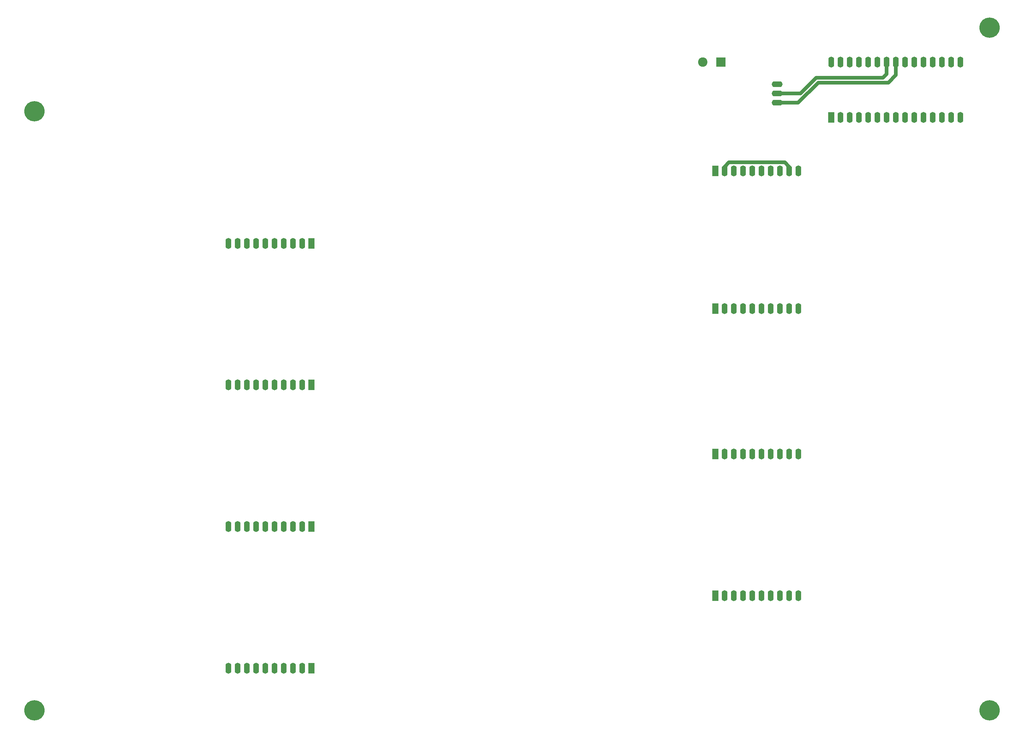
<source format=gbr>
%TF.GenerationSoftware,KiCad,Pcbnew,(6.0.4)*%
%TF.CreationDate,2023-07-24T14:01:23-04:00*%
%TF.ProjectId,BREAD_Loaf,42524541-445f-44c6-9f61-662e6b696361,rev?*%
%TF.SameCoordinates,PX2faf080PYee6b280*%
%TF.FileFunction,Copper,L1,Top*%
%TF.FilePolarity,Positive*%
%FSLAX46Y46*%
G04 Gerber Fmt 4.6, Leading zero omitted, Abs format (unit mm)*
G04 Created by KiCad (PCBNEW (6.0.4)) date 2023-07-24 14:01:23*
%MOMM*%
%LPD*%
G01*
G04 APERTURE LIST*
%TA.AperFunction,ComponentPad*%
%ADD10C,5.600000*%
%TD*%
%TA.AperFunction,ComponentPad*%
%ADD11R,1.700000X3.000000*%
%TD*%
%TA.AperFunction,ComponentPad*%
%ADD12O,1.600000X3.000000*%
%TD*%
%TA.AperFunction,ComponentPad*%
%ADD13R,2.600000X2.600000*%
%TD*%
%TA.AperFunction,ComponentPad*%
%ADD14C,2.600000*%
%TD*%
%TA.AperFunction,ComponentPad*%
%ADD15O,3.000000X1.600000*%
%TD*%
%TA.AperFunction,Conductor*%
%ADD16C,1.000000*%
%TD*%
G04 APERTURE END LIST*
D10*
%TO.P,H3,1*%
%TO.N,N/C*%
X269000000Y6000000D03*
%TD*%
D11*
%TO.P,J4,1,Pin_1*%
%TO.N,GND*%
X82225000Y17600000D03*
D12*
%TO.P,J4,2,Pin_2*%
%TO.N,+12V*%
X79685000Y17600000D03*
%TO.P,J4,3,Pin_3*%
%TO.N,/I2C_CLK*%
X77145000Y17600000D03*
%TO.P,J4,4,Pin_4*%
%TO.N,/I2C_DAT*%
X74605000Y17600000D03*
%TO.P,J4,5,Pin_5*%
%TO.N,GND*%
X72065000Y17600000D03*
%TO.P,J4,6,Pin_6*%
%TO.N,/E_STOP*%
X69525000Y17600000D03*
%TO.P,J4,7,Pin_7*%
%TO.N,/INT*%
X66985000Y17600000D03*
%TO.P,J4,8,Pin_8*%
%TO.N,/SYNC*%
X64445000Y17600000D03*
%TO.P,J4,9,Pin_9*%
%TO.N,+12V*%
X61905000Y17600000D03*
%TO.P,J4,10,Pin_10*%
%TO.N,GND*%
X59365000Y17600000D03*
%TD*%
D11*
%TO.P,J2,1,Pin_1*%
%TO.N,GND*%
X82225000Y95600000D03*
D12*
%TO.P,J2,2,Pin_2*%
%TO.N,+12V*%
X79685000Y95600000D03*
%TO.P,J2,3,Pin_3*%
%TO.N,/I2C_CLK*%
X77145000Y95600000D03*
%TO.P,J2,4,Pin_4*%
%TO.N,/I2C_DAT*%
X74605000Y95600000D03*
%TO.P,J2,5,Pin_5*%
%TO.N,GND*%
X72065000Y95600000D03*
%TO.P,J2,6,Pin_6*%
%TO.N,/E_STOP*%
X69525000Y95600000D03*
%TO.P,J2,7,Pin_7*%
%TO.N,/INT*%
X66985000Y95600000D03*
%TO.P,J2,8,Pin_8*%
%TO.N,/SYNC*%
X64445000Y95600000D03*
%TO.P,J2,9,Pin_9*%
%TO.N,+12V*%
X61905000Y95600000D03*
%TO.P,J2,10,Pin_10*%
%TO.N,GND*%
X59365000Y95600000D03*
%TD*%
D11*
%TO.P,A1,1,D1/TX*%
%TO.N,unconnected-(A1-Pad1)*%
X225450000Y169290000D03*
D12*
%TO.P,A1,2,D0/RX*%
%TO.N,unconnected-(A1-Pad2)*%
X227990000Y169290000D03*
%TO.P,A1,3,~{RESET}*%
%TO.N,unconnected-(A1-Pad3)*%
X230530000Y169290000D03*
%TO.P,A1,4,GND*%
%TO.N,GND*%
X233070000Y169290000D03*
%TO.P,A1,5,D2*%
%TO.N,/E_STOP*%
X235610000Y169290000D03*
%TO.P,A1,6,D3*%
%TO.N,/INT*%
X238150000Y169290000D03*
%TO.P,A1,7,D4*%
%TO.N,/SYNC*%
X240690000Y169290000D03*
%TO.P,A1,8,D5*%
%TO.N,unconnected-(A1-Pad8)*%
X243230000Y169290000D03*
%TO.P,A1,9,D6*%
%TO.N,unconnected-(A1-Pad9)*%
X245770000Y169290000D03*
%TO.P,A1,10,D7*%
%TO.N,unconnected-(A1-Pad10)*%
X248310000Y169290000D03*
%TO.P,A1,11,D8*%
%TO.N,unconnected-(A1-Pad11)*%
X250850000Y169290000D03*
%TO.P,A1,12,D9*%
%TO.N,unconnected-(A1-Pad12)*%
X253390000Y169290000D03*
%TO.P,A1,13,D10*%
%TO.N,unconnected-(A1-Pad13)*%
X255930000Y169290000D03*
%TO.P,A1,14,D11*%
%TO.N,unconnected-(A1-Pad14)*%
X258470000Y169290000D03*
%TO.P,A1,15,D12*%
%TO.N,unconnected-(A1-Pad15)*%
X261010000Y169290000D03*
%TO.P,A1,16,D13*%
%TO.N,unconnected-(A1-Pad16)*%
X261010000Y184530000D03*
%TO.P,A1,17,3V3*%
%TO.N,/3V3*%
X258470000Y184530000D03*
%TO.P,A1,18,AREF*%
%TO.N,unconnected-(A1-Pad18)*%
X255930000Y184530000D03*
%TO.P,A1,19,A0*%
%TO.N,unconnected-(A1-Pad19)*%
X253390000Y184530000D03*
%TO.P,A1,20,A1*%
%TO.N,unconnected-(A1-Pad20)*%
X250850000Y184530000D03*
%TO.P,A1,21,A2*%
%TO.N,unconnected-(A1-Pad21)*%
X248310000Y184530000D03*
%TO.P,A1,22,A3*%
%TO.N,unconnected-(A1-Pad22)*%
X245770000Y184530000D03*
%TO.P,A1,23,A4*%
%TO.N,/I2C_DAT*%
X243230000Y184530000D03*
%TO.P,A1,24,A5*%
%TO.N,/I2C_CLK*%
X240690000Y184530000D03*
%TO.P,A1,25,A6*%
%TO.N,unconnected-(A1-Pad25)*%
X238150000Y184530000D03*
%TO.P,A1,26,A7*%
%TO.N,unconnected-(A1-Pad26)*%
X235610000Y184530000D03*
%TO.P,A1,27,+5V*%
%TO.N,+5V*%
X233070000Y184530000D03*
%TO.P,A1,28,~{RESET}*%
%TO.N,unconnected-(A1-Pad28)*%
X230530000Y184530000D03*
%TO.P,A1,29,GND*%
%TO.N,GND*%
X227990000Y184530000D03*
%TO.P,A1,30,VIN*%
%TO.N,+12V*%
X225450000Y184530000D03*
%TD*%
D10*
%TO.P,H1,1*%
%TO.N,N/C*%
X6000000Y171000000D03*
%TD*%
%TO.P,H4,1*%
%TO.N,N/C*%
X6000000Y6000000D03*
%TD*%
D11*
%TO.P,J5,1,Pin_1*%
%TO.N,GND*%
X193509843Y37600000D03*
D12*
%TO.P,J5,2,Pin_2*%
%TO.N,+12V*%
X196049843Y37600000D03*
%TO.P,J5,3,Pin_3*%
%TO.N,/I2C_CLK*%
X198589843Y37600000D03*
%TO.P,J5,4,Pin_4*%
%TO.N,/I2C_DAT*%
X201129843Y37600000D03*
%TO.P,J5,5,Pin_5*%
%TO.N,GND*%
X203669843Y37600000D03*
%TO.P,J5,6,Pin_6*%
%TO.N,/E_STOP*%
X206209843Y37600000D03*
%TO.P,J5,7,Pin_7*%
%TO.N,/INT*%
X208749843Y37600000D03*
%TO.P,J5,8,Pin_8*%
%TO.N,/SYNC*%
X211289843Y37600000D03*
%TO.P,J5,9,Pin_9*%
%TO.N,+12V*%
X213829843Y37600000D03*
%TO.P,J5,10,Pin_10*%
%TO.N,GND*%
X216369843Y37600000D03*
%TD*%
D11*
%TO.P,J8,1,Pin_1*%
%TO.N,GND*%
X193509843Y154600000D03*
D12*
%TO.P,J8,2,Pin_2*%
%TO.N,+12V*%
X196049843Y154600000D03*
%TO.P,J8,3,Pin_3*%
%TO.N,/I2C_CLK*%
X198589843Y154600000D03*
%TO.P,J8,4,Pin_4*%
%TO.N,/I2C_DAT*%
X201129843Y154600000D03*
%TO.P,J8,5,Pin_5*%
%TO.N,GND*%
X203669843Y154600000D03*
%TO.P,J8,6,Pin_6*%
%TO.N,/E_STOP*%
X206209843Y154600000D03*
%TO.P,J8,7,Pin_7*%
%TO.N,/INT*%
X208749843Y154600000D03*
%TO.P,J8,8,Pin_8*%
%TO.N,/SYNC*%
X211289843Y154600000D03*
%TO.P,J8,9,Pin_9*%
%TO.N,+12V*%
X213829843Y154600000D03*
%TO.P,J8,10,Pin_10*%
%TO.N,GND*%
X216369843Y154600000D03*
%TD*%
D13*
%TO.P,J9,1,Pin_1*%
%TO.N,GND*%
X195067657Y184500000D03*
D14*
%TO.P,J9,2,Pin_2*%
%TO.N,+12V*%
X190067657Y184500000D03*
%TD*%
D10*
%TO.P,H2,1*%
%TO.N,N/C*%
X269000000Y194000000D03*
%TD*%
D11*
%TO.P,J6,1,Pin_1*%
%TO.N,GND*%
X193509843Y76600000D03*
D12*
%TO.P,J6,2,Pin_2*%
%TO.N,+12V*%
X196049843Y76600000D03*
%TO.P,J6,3,Pin_3*%
%TO.N,/I2C_CLK*%
X198589843Y76600000D03*
%TO.P,J6,4,Pin_4*%
%TO.N,/I2C_DAT*%
X201129843Y76600000D03*
%TO.P,J6,5,Pin_5*%
%TO.N,GND*%
X203669843Y76600000D03*
%TO.P,J6,6,Pin_6*%
%TO.N,/E_STOP*%
X206209843Y76600000D03*
%TO.P,J6,7,Pin_7*%
%TO.N,/INT*%
X208749843Y76600000D03*
%TO.P,J6,8,Pin_8*%
%TO.N,/SYNC*%
X211289843Y76600000D03*
%TO.P,J6,9,Pin_9*%
%TO.N,+12V*%
X213829843Y76600000D03*
%TO.P,J6,10,Pin_10*%
%TO.N,GND*%
X216369843Y76600000D03*
%TD*%
D11*
%TO.P,J7,1,Pin_1*%
%TO.N,GND*%
X193509843Y116600000D03*
D12*
%TO.P,J7,2,Pin_2*%
%TO.N,+12V*%
X196049843Y116600000D03*
%TO.P,J7,3,Pin_3*%
%TO.N,/I2C_CLK*%
X198589843Y116600000D03*
%TO.P,J7,4,Pin_4*%
%TO.N,/I2C_DAT*%
X201129843Y116600000D03*
%TO.P,J7,5,Pin_5*%
%TO.N,GND*%
X203669843Y116600000D03*
%TO.P,J7,6,Pin_6*%
%TO.N,/E_STOP*%
X206209843Y116600000D03*
%TO.P,J7,7,Pin_7*%
%TO.N,/INT*%
X208749843Y116600000D03*
%TO.P,J7,8,Pin_8*%
%TO.N,/SYNC*%
X211289843Y116600000D03*
%TO.P,J7,9,Pin_9*%
%TO.N,+12V*%
X213829843Y116600000D03*
%TO.P,J7,10,Pin_10*%
%TO.N,GND*%
X216369843Y116600000D03*
%TD*%
D11*
%TO.P,J3,1,Pin_1*%
%TO.N,GND*%
X82225000Y56600000D03*
D12*
%TO.P,J3,2,Pin_2*%
%TO.N,+12V*%
X79685000Y56600000D03*
%TO.P,J3,3,Pin_3*%
%TO.N,/I2C_CLK*%
X77145000Y56600000D03*
%TO.P,J3,4,Pin_4*%
%TO.N,/I2C_DAT*%
X74605000Y56600000D03*
%TO.P,J3,5,Pin_5*%
%TO.N,GND*%
X72065000Y56600000D03*
%TO.P,J3,6,Pin_6*%
%TO.N,/E_STOP*%
X69525000Y56600000D03*
%TO.P,J3,7,Pin_7*%
%TO.N,/INT*%
X66985000Y56600000D03*
%TO.P,J3,8,Pin_8*%
%TO.N,/SYNC*%
X64445000Y56600000D03*
%TO.P,J3,9,Pin_9*%
%TO.N,+12V*%
X61905000Y56600000D03*
%TO.P,J3,10,Pin_10*%
%TO.N,GND*%
X59365000Y56600000D03*
%TD*%
D11*
%TO.P,J1,1,Pin_1*%
%TO.N,GND*%
X82225000Y134600000D03*
D12*
%TO.P,J1,2,Pin_2*%
%TO.N,+12V*%
X79685000Y134600000D03*
%TO.P,J1,3,Pin_3*%
%TO.N,/I2C_CLK*%
X77145000Y134600000D03*
%TO.P,J1,4,Pin_4*%
%TO.N,/I2C_DAT*%
X74605000Y134600000D03*
%TO.P,J1,5,Pin_5*%
%TO.N,GND*%
X72065000Y134600000D03*
%TO.P,J1,6,Pin_6*%
%TO.N,/E_STOP*%
X69525000Y134600000D03*
%TO.P,J1,7,Pin_7*%
%TO.N,/INT*%
X66985000Y134600000D03*
%TO.P,J1,8,Pin_8*%
%TO.N,/SYNC*%
X64445000Y134600000D03*
%TO.P,J1,9,Pin_9*%
%TO.N,+12V*%
X61905000Y134600000D03*
%TO.P,J1,10,Pin_10*%
%TO.N,GND*%
X59365000Y134600000D03*
%TD*%
D15*
%TO.P,J10,1,Pin_1*%
%TO.N,GND*%
X210500000Y178425000D03*
%TO.P,J10,2,Pin_2*%
%TO.N,/I2C_CLK*%
X210500000Y175885000D03*
%TO.P,J10,3,Pin_3*%
%TO.N,/I2C_DAT*%
X210500000Y173345000D03*
%TD*%
D16*
%TO.N,/I2C_DAT*%
X241150960Y178900960D02*
X243230000Y180980000D01*
X210500000Y173345000D02*
X216282798Y173345000D01*
X216282798Y173345000D02*
X221838758Y178900960D01*
X221838758Y178900960D02*
X241150960Y178900960D01*
X243230000Y180980000D02*
X243230000Y184530000D01*
%TO.N,/I2C_CLK*%
X216985000Y175885000D02*
X221300480Y180200480D01*
X240690000Y181240000D02*
X240690000Y184530000D01*
X210500000Y175885000D02*
X216985000Y175885000D01*
X221300480Y180200480D02*
X239650480Y180200480D01*
X239650480Y180200480D02*
X240690000Y181240000D01*
%TO.N,+12V*%
X196049843Y154600000D02*
X196049843Y155700000D01*
X196049843Y155700000D02*
X197249843Y156900000D01*
X213829843Y155700000D02*
X213829843Y154600000D01*
X212629843Y156900000D02*
X213829843Y155700000D01*
X197249843Y156900000D02*
X212629843Y156900000D01*
%TD*%
M02*

</source>
